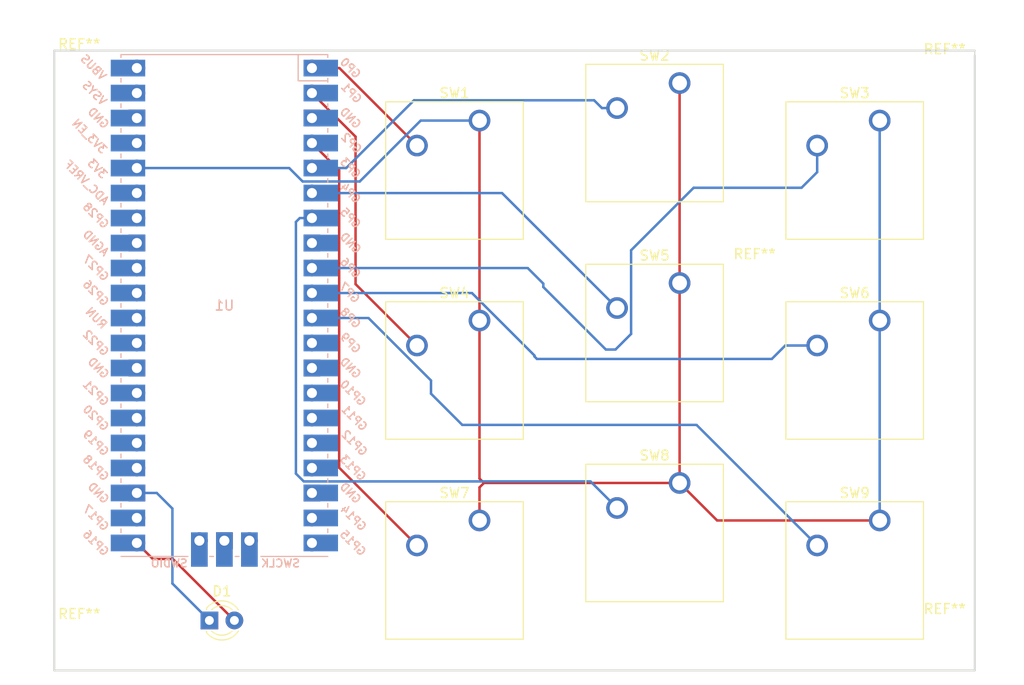
<source format=kicad_pcb>
(kicad_pcb (version 20171130) (host pcbnew "(5.1.12)-1")

  (general
    (thickness 1.6)
    (drawings 5)
    (tracks 69)
    (zones 0)
    (modules 16)
    (nets 44)
  )

  (page A)
  (layers
    (0 F.Cu signal)
    (31 B.Cu signal)
    (32 B.Adhes user)
    (33 F.Adhes user)
    (34 B.Paste user)
    (35 F.Paste user)
    (36 B.SilkS user)
    (37 F.SilkS user)
    (38 B.Mask user)
    (39 F.Mask user)
    (40 Dwgs.User user)
    (41 Cmts.User user)
    (42 Eco1.User user)
    (43 Eco2.User user)
    (44 Edge.Cuts user)
    (45 Margin user)
    (46 B.CrtYd user)
    (47 F.CrtYd user)
    (48 B.Fab user)
    (49 F.Fab user)
  )

  (setup
    (last_trace_width 0.25)
    (trace_clearance 0.2)
    (zone_clearance 0.508)
    (zone_45_only no)
    (trace_min 0.2)
    (via_size 0.8)
    (via_drill 0.4)
    (via_min_size 0.4)
    (via_min_drill 0.3)
    (uvia_size 0.3)
    (uvia_drill 0.1)
    (uvias_allowed no)
    (uvia_min_size 0.2)
    (uvia_min_drill 0.1)
    (edge_width 0.1)
    (segment_width 0.2)
    (pcb_text_width 0.3)
    (pcb_text_size 1.5 1.5)
    (mod_edge_width 0.15)
    (mod_text_size 1 1)
    (mod_text_width 0.15)
    (pad_size 1.524 1.524)
    (pad_drill 0.762)
    (pad_to_mask_clearance 0)
    (aux_axis_origin 0 0)
    (visible_elements 7FFFFFFF)
    (pcbplotparams
      (layerselection 0x010fc_ffffffff)
      (usegerberextensions false)
      (usegerberattributes true)
      (usegerberadvancedattributes true)
      (creategerberjobfile true)
      (excludeedgelayer true)
      (linewidth 0.100000)
      (plotframeref false)
      (viasonmask false)
      (mode 1)
      (useauxorigin false)
      (hpglpennumber 1)
      (hpglpenspeed 20)
      (hpglpendiameter 15.000000)
      (psnegative false)
      (psa4output false)
      (plotreference true)
      (plotvalue true)
      (plotinvisibletext false)
      (padsonsilk false)
      (subtractmaskfromsilk false)
      (outputformat 1)
      (mirror false)
      (drillshape 1)
      (scaleselection 1)
      (outputdirectory ""))
  )

  (net 0 "")
  (net 1 "Net-(D1-Pad1)")
  (net 2 "Net-(D1-Pad2)")
  (net 3 "Net-(SW1-Pad1)")
  (net 4 "Net-(SW1-Pad2)")
  (net 5 "Net-(SW2-Pad2)")
  (net 6 "Net-(SW3-Pad2)")
  (net 7 "Net-(SW4-Pad2)")
  (net 8 "Net-(SW5-Pad2)")
  (net 9 "Net-(SW6-Pad2)")
  (net 10 "Net-(SW7-Pad2)")
  (net 11 "Net-(SW8-Pad2)")
  (net 12 "Net-(SW9-Pad2)")
  (net 13 "Net-(U1-Pad3)")
  (net 14 "Net-(U1-Pad8)")
  (net 15 "Net-(U1-Pad12)")
  (net 16 "Net-(U1-Pad13)")
  (net 17 "Net-(U1-Pad14)")
  (net 18 "Net-(U1-Pad15)")
  (net 19 "Net-(U1-Pad16)")
  (net 20 "Net-(U1-Pad17)")
  (net 21 "Net-(U1-Pad18)")
  (net 22 "Net-(U1-Pad19)")
  (net 23 "Net-(U1-Pad20)")
  (net 24 "Net-(U1-Pad22)")
  (net 25 "Net-(U1-Pad24)")
  (net 26 "Net-(U1-Pad25)")
  (net 27 "Net-(U1-Pad26)")
  (net 28 "Net-(U1-Pad27)")
  (net 29 "Net-(U1-Pad28)")
  (net 30 "Net-(U1-Pad29)")
  (net 31 "Net-(U1-Pad30)")
  (net 32 "Net-(U1-Pad31)")
  (net 33 "Net-(U1-Pad32)")
  (net 34 "Net-(U1-Pad33)")
  (net 35 "Net-(U1-Pad34)")
  (net 36 "Net-(U1-Pad35)")
  (net 37 "Net-(U1-Pad37)")
  (net 38 "Net-(U1-Pad38)")
  (net 39 "Net-(U1-Pad39)")
  (net 40 "Net-(U1-Pad40)")
  (net 41 "Net-(U1-Pad41)")
  (net 42 "Net-(U1-Pad42)")
  (net 43 "Net-(U1-Pad43)")

  (net_class Default "This is the default net class."
    (clearance 0.2)
    (trace_width 0.25)
    (via_dia 0.8)
    (via_drill 0.4)
    (uvia_dia 0.3)
    (uvia_drill 0.1)
    (add_net "Net-(D1-Pad1)")
    (add_net "Net-(D1-Pad2)")
    (add_net "Net-(SW1-Pad1)")
    (add_net "Net-(SW1-Pad2)")
    (add_net "Net-(SW2-Pad2)")
    (add_net "Net-(SW3-Pad2)")
    (add_net "Net-(SW4-Pad2)")
    (add_net "Net-(SW5-Pad2)")
    (add_net "Net-(SW6-Pad2)")
    (add_net "Net-(SW7-Pad2)")
    (add_net "Net-(SW8-Pad2)")
    (add_net "Net-(SW9-Pad2)")
    (add_net "Net-(U1-Pad12)")
    (add_net "Net-(U1-Pad13)")
    (add_net "Net-(U1-Pad14)")
    (add_net "Net-(U1-Pad15)")
    (add_net "Net-(U1-Pad16)")
    (add_net "Net-(U1-Pad17)")
    (add_net "Net-(U1-Pad18)")
    (add_net "Net-(U1-Pad19)")
    (add_net "Net-(U1-Pad20)")
    (add_net "Net-(U1-Pad22)")
    (add_net "Net-(U1-Pad24)")
    (add_net "Net-(U1-Pad25)")
    (add_net "Net-(U1-Pad26)")
    (add_net "Net-(U1-Pad27)")
    (add_net "Net-(U1-Pad28)")
    (add_net "Net-(U1-Pad29)")
    (add_net "Net-(U1-Pad3)")
    (add_net "Net-(U1-Pad30)")
    (add_net "Net-(U1-Pad31)")
    (add_net "Net-(U1-Pad32)")
    (add_net "Net-(U1-Pad33)")
    (add_net "Net-(U1-Pad34)")
    (add_net "Net-(U1-Pad35)")
    (add_net "Net-(U1-Pad37)")
    (add_net "Net-(U1-Pad38)")
    (add_net "Net-(U1-Pad39)")
    (add_net "Net-(U1-Pad40)")
    (add_net "Net-(U1-Pad41)")
    (add_net "Net-(U1-Pad42)")
    (add_net "Net-(U1-Pad43)")
    (add_net "Net-(U1-Pad8)")
  )

  (module MountingHole:MountingHole_2.1mm (layer F.Cu) (tedit 5B924765) (tstamp 61AF755E)
    (at 137.16 77.724)
    (descr "Mounting Hole 2.1mm, no annular")
    (tags "mounting hole 2.1mm no annular")
    (attr virtual)
    (fp_text reference REF** (at 0 -3.2) (layer F.SilkS)
      (effects (font (size 1 1) (thickness 0.15)))
    )
    (fp_text value MountingHole_2.1mm (at 0 3.2) (layer F.Fab)
      (effects (font (size 1 1) (thickness 0.15)))
    )
    (fp_text user %R (at 0.3 0) (layer F.Fab)
      (effects (font (size 1 1) (thickness 0.15)))
    )
    (fp_circle (center 0 0) (end 2.1 0) (layer Cmts.User) (width 0.15))
    (fp_circle (center 0 0) (end 2.35 0) (layer F.CrtYd) (width 0.05))
    (pad "" np_thru_hole circle (at 0 0) (size 2.1 2.1) (drill 2.1) (layers *.Cu *.Mask))
  )

  (module MountingHole:MountingHole_2.1mm (layer F.Cu) (tedit 5B924765) (tstamp 61AF7333)
    (at 68.58 56.388)
    (descr "Mounting Hole 2.1mm, no annular")
    (tags "mounting hole 2.1mm no annular")
    (attr virtual)
    (fp_text reference REF** (at 0 -3.2) (layer F.SilkS)
      (effects (font (size 1 1) (thickness 0.15)))
    )
    (fp_text value MountingHole_2.1mm (at 0 3.2) (layer F.Fab)
      (effects (font (size 1 1) (thickness 0.15)))
    )
    (fp_text user %R (at 0.3 0) (layer F.Fab)
      (effects (font (size 1 1) (thickness 0.15)))
    )
    (fp_circle (center 0 0) (end 2.1 0) (layer Cmts.User) (width 0.15))
    (fp_circle (center 0 0) (end 2.35 0) (layer F.CrtYd) (width 0.05))
    (pad "" np_thru_hole circle (at 0 0) (size 2.1 2.1) (drill 2.1) (layers *.Cu *.Mask))
  )

  (module MountingHole:MountingHole_2.1mm (layer F.Cu) (tedit 5B924765) (tstamp 61AF71EE)
    (at 156.464 113.792)
    (descr "Mounting Hole 2.1mm, no annular")
    (tags "mounting hole 2.1mm no annular")
    (attr virtual)
    (fp_text reference REF** (at 0 -3.2) (layer F.SilkS)
      (effects (font (size 1 1) (thickness 0.15)))
    )
    (fp_text value MountingHole_2.1mm (at 0 3.2) (layer F.Fab)
      (effects (font (size 1 1) (thickness 0.15)))
    )
    (fp_text user %R (at 0.3 0) (layer F.Fab)
      (effects (font (size 1 1) (thickness 0.15)))
    )
    (fp_circle (center 0 0) (end 2.1 0) (layer Cmts.User) (width 0.15))
    (fp_circle (center 0 0) (end 2.35 0) (layer F.CrtYd) (width 0.05))
    (pad "" np_thru_hole circle (at 0 0) (size 2.1 2.1) (drill 2.1) (layers *.Cu *.Mask))
  )

  (module MountingHole:MountingHole_2.1mm (layer F.Cu) (tedit 5B924765) (tstamp 61AF71CA)
    (at 156.464 56.896)
    (descr "Mounting Hole 2.1mm, no annular")
    (tags "mounting hole 2.1mm no annular")
    (attr virtual)
    (fp_text reference REF** (at 0 -3.2) (layer F.SilkS)
      (effects (font (size 1 1) (thickness 0.15)))
    )
    (fp_text value MountingHole_2.1mm (at 0 3.2) (layer F.Fab)
      (effects (font (size 1 1) (thickness 0.15)))
    )
    (fp_text user %R (at 0.3 0) (layer F.Fab)
      (effects (font (size 1 1) (thickness 0.15)))
    )
    (fp_circle (center 0 0) (end 2.1 0) (layer Cmts.User) (width 0.15))
    (fp_circle (center 0 0) (end 2.35 0) (layer F.CrtYd) (width 0.05))
    (pad "" np_thru_hole circle (at 0 0) (size 2.1 2.1) (drill 2.1) (layers *.Cu *.Mask))
  )

  (module MountingHole:MountingHole_2.1mm (layer F.Cu) (tedit 5B924765) (tstamp 61AF71A6)
    (at 68.58 114.3)
    (descr "Mounting Hole 2.1mm, no annular")
    (tags "mounting hole 2.1mm no annular")
    (attr virtual)
    (fp_text reference REF** (at 0 -3.2) (layer F.SilkS)
      (effects (font (size 1 1) (thickness 0.15)))
    )
    (fp_text value MountingHole_2.1mm (at 0 3.2) (layer F.Fab)
      (effects (font (size 1 1) (thickness 0.15)))
    )
    (fp_circle (center 0 0) (end 2.35 0) (layer F.CrtYd) (width 0.05))
    (fp_circle (center 0 0) (end 2.1 0) (layer Cmts.User) (width 0.15))
    (fp_text user %R (at 0.3 0) (layer F.Fab)
      (effects (font (size 1 1) (thickness 0.15)))
    )
    (pad "" np_thru_hole circle (at 0 0) (size 2.1 2.1) (drill 2.1) (layers *.Cu *.Mask))
  )

  (module LED_THT:LED_D3.0mm (layer F.Cu) (tedit 587A3A7B) (tstamp 61AEA9D6)
    (at 81.788 111.76)
    (descr "LED, diameter 3.0mm, 2 pins")
    (tags "LED diameter 3.0mm 2 pins")
    (path /61AF0F2F)
    (fp_text reference D1 (at 1.27 -2.96) (layer F.SilkS)
      (effects (font (size 1 1) (thickness 0.15)))
    )
    (fp_text value LED (at 1.27 2.96) (layer F.Fab)
      (effects (font (size 1 1) (thickness 0.15)))
    )
    (fp_circle (center 1.27 0) (end 2.77 0) (layer F.Fab) (width 0.1))
    (fp_line (start -0.23 -1.16619) (end -0.23 1.16619) (layer F.Fab) (width 0.1))
    (fp_line (start -0.29 -1.236) (end -0.29 -1.08) (layer F.SilkS) (width 0.12))
    (fp_line (start -0.29 1.08) (end -0.29 1.236) (layer F.SilkS) (width 0.12))
    (fp_line (start -1.15 -2.25) (end -1.15 2.25) (layer F.CrtYd) (width 0.05))
    (fp_line (start -1.15 2.25) (end 3.7 2.25) (layer F.CrtYd) (width 0.05))
    (fp_line (start 3.7 2.25) (end 3.7 -2.25) (layer F.CrtYd) (width 0.05))
    (fp_line (start 3.7 -2.25) (end -1.15 -2.25) (layer F.CrtYd) (width 0.05))
    (fp_arc (start 1.27 0) (end -0.23 -1.16619) (angle 284.3) (layer F.Fab) (width 0.1))
    (fp_arc (start 1.27 0) (end -0.29 -1.235516) (angle 108.8) (layer F.SilkS) (width 0.12))
    (fp_arc (start 1.27 0) (end -0.29 1.235516) (angle -108.8) (layer F.SilkS) (width 0.12))
    (fp_arc (start 1.27 0) (end 0.229039 -1.08) (angle 87.9) (layer F.SilkS) (width 0.12))
    (fp_arc (start 1.27 0) (end 0.229039 1.08) (angle -87.9) (layer F.SilkS) (width 0.12))
    (pad 1 thru_hole rect (at 0 0) (size 1.8 1.8) (drill 0.9) (layers *.Cu *.Mask)
      (net 1 "Net-(D1-Pad1)"))
    (pad 2 thru_hole circle (at 2.54 0) (size 1.8 1.8) (drill 0.9) (layers *.Cu *.Mask)
      (net 2 "Net-(D1-Pad2)"))
    (model ${KISYS3DMOD}/LED_THT.3dshapes/LED_D3.0mm.wrl
      (offset (xyz 0 0 -2.5))
      (scale (xyz 1 1 1))
      (rotate (xyz 0 0 0))
    )
  )

  (module Button_Switch_Keyboard:SW_Cherry_MX_1.00u_PCB (layer F.Cu) (tedit 5A02FE24) (tstamp 61AEA9F0)
    (at 109.22 60.96)
    (descr "Cherry MX keyswitch, 1.00u, PCB mount, http://cherryamericas.com/wp-content/uploads/2014/12/mx_cat.pdf")
    (tags "Cherry MX keyswitch 1.00u PCB")
    (path /61AE5610)
    (fp_text reference SW1 (at -2.54 -2.794) (layer F.SilkS)
      (effects (font (size 1 1) (thickness 0.15)))
    )
    (fp_text value MX1A-E1NW (at -2.54 12.954) (layer F.Fab)
      (effects (font (size 1 1) (thickness 0.15)))
    )
    (fp_line (start -8.89 -1.27) (end 3.81 -1.27) (layer F.Fab) (width 0.1))
    (fp_line (start 3.81 -1.27) (end 3.81 11.43) (layer F.Fab) (width 0.1))
    (fp_line (start 3.81 11.43) (end -8.89 11.43) (layer F.Fab) (width 0.1))
    (fp_line (start -8.89 11.43) (end -8.89 -1.27) (layer F.Fab) (width 0.1))
    (fp_line (start -9.14 11.68) (end -9.14 -1.52) (layer F.CrtYd) (width 0.05))
    (fp_line (start 4.06 11.68) (end -9.14 11.68) (layer F.CrtYd) (width 0.05))
    (fp_line (start 4.06 -1.52) (end 4.06 11.68) (layer F.CrtYd) (width 0.05))
    (fp_line (start -9.14 -1.52) (end 4.06 -1.52) (layer F.CrtYd) (width 0.05))
    (fp_line (start -12.065 -4.445) (end 6.985 -4.445) (layer Dwgs.User) (width 0.15))
    (fp_line (start 6.985 -4.445) (end 6.985 14.605) (layer Dwgs.User) (width 0.15))
    (fp_line (start 6.985 14.605) (end -12.065 14.605) (layer Dwgs.User) (width 0.15))
    (fp_line (start -12.065 14.605) (end -12.065 -4.445) (layer Dwgs.User) (width 0.15))
    (fp_line (start -9.525 -1.905) (end 4.445 -1.905) (layer F.SilkS) (width 0.12))
    (fp_line (start 4.445 -1.905) (end 4.445 12.065) (layer F.SilkS) (width 0.12))
    (fp_line (start 4.445 12.065) (end -9.525 12.065) (layer F.SilkS) (width 0.12))
    (fp_line (start -9.525 12.065) (end -9.525 -1.905) (layer F.SilkS) (width 0.12))
    (fp_text user %R (at -2.54 -2.794) (layer F.Fab)
      (effects (font (size 1 1) (thickness 0.15)))
    )
    (pad 1 thru_hole circle (at 0 0) (size 2.2 2.2) (drill 1.5) (layers *.Cu *.Mask)
      (net 3 "Net-(SW1-Pad1)"))
    (pad 2 thru_hole circle (at -6.35 2.54) (size 2.2 2.2) (drill 1.5) (layers *.Cu *.Mask)
      (net 4 "Net-(SW1-Pad2)"))
    (pad "" np_thru_hole circle (at -2.54 5.08) (size 4 4) (drill 4) (layers *.Cu *.Mask))
    (pad "" np_thru_hole circle (at -7.62 5.08) (size 1.7 1.7) (drill 1.7) (layers *.Cu *.Mask))
    (pad "" np_thru_hole circle (at 2.54 5.08) (size 1.7 1.7) (drill 1.7) (layers *.Cu *.Mask))
    (model ${KISYS3DMOD}/Button_Switch_Keyboard.3dshapes/SW_Cherry_MX_1.00u_PCB.wrl
      (at (xyz 0 0 0))
      (scale (xyz 1 1 1))
      (rotate (xyz 0 0 0))
    )
    (model ${KIPRJMOD}/models/switch/asm_mx_asm_PCB.stp
      (offset (xyz -2.2 -4.8 5))
      (scale (xyz 1 1 1))
      (rotate (xyz 180 0 90))
    )
    (model "${KIPRJMOD}/models/keycap/Cherry MX.STEP"
      (offset (xyz -11.4 4 10.5))
      (scale (xyz 1 1 1))
      (rotate (xyz -90 0 0))
    )
  )

  (module Button_Switch_Keyboard:SW_Cherry_MX_1.00u_PCB (layer F.Cu) (tedit 5A02FE24) (tstamp 61AEAA0A)
    (at 129.54 57.15)
    (descr "Cherry MX keyswitch, 1.00u, PCB mount, http://cherryamericas.com/wp-content/uploads/2014/12/mx_cat.pdf")
    (tags "Cherry MX keyswitch 1.00u PCB")
    (path /61AEF119)
    (fp_text reference SW2 (at -2.54 -2.794) (layer F.SilkS)
      (effects (font (size 1 1) (thickness 0.15)))
    )
    (fp_text value MX1A-E1NW (at -2.54 12.954) (layer F.Fab)
      (effects (font (size 1 1) (thickness 0.15)))
    )
    (fp_line (start -9.525 12.065) (end -9.525 -1.905) (layer F.SilkS) (width 0.12))
    (fp_line (start 4.445 12.065) (end -9.525 12.065) (layer F.SilkS) (width 0.12))
    (fp_line (start 4.445 -1.905) (end 4.445 12.065) (layer F.SilkS) (width 0.12))
    (fp_line (start -9.525 -1.905) (end 4.445 -1.905) (layer F.SilkS) (width 0.12))
    (fp_line (start -12.065 14.605) (end -12.065 -4.445) (layer Dwgs.User) (width 0.15))
    (fp_line (start 6.985 14.605) (end -12.065 14.605) (layer Dwgs.User) (width 0.15))
    (fp_line (start 6.985 -4.445) (end 6.985 14.605) (layer Dwgs.User) (width 0.15))
    (fp_line (start -12.065 -4.445) (end 6.985 -4.445) (layer Dwgs.User) (width 0.15))
    (fp_line (start -9.14 -1.52) (end 4.06 -1.52) (layer F.CrtYd) (width 0.05))
    (fp_line (start 4.06 -1.52) (end 4.06 11.68) (layer F.CrtYd) (width 0.05))
    (fp_line (start 4.06 11.68) (end -9.14 11.68) (layer F.CrtYd) (width 0.05))
    (fp_line (start -9.14 11.68) (end -9.14 -1.52) (layer F.CrtYd) (width 0.05))
    (fp_line (start -8.89 11.43) (end -8.89 -1.27) (layer F.Fab) (width 0.1))
    (fp_line (start 3.81 11.43) (end -8.89 11.43) (layer F.Fab) (width 0.1))
    (fp_line (start 3.81 -1.27) (end 3.81 11.43) (layer F.Fab) (width 0.1))
    (fp_line (start -8.89 -1.27) (end 3.81 -1.27) (layer F.Fab) (width 0.1))
    (fp_text user %R (at -2.54 -2.794) (layer F.Fab)
      (effects (font (size 1 1) (thickness 0.15)))
    )
    (pad "" np_thru_hole circle (at 2.54 5.08) (size 1.7 1.7) (drill 1.7) (layers *.Cu *.Mask))
    (pad "" np_thru_hole circle (at -7.62 5.08) (size 1.7 1.7) (drill 1.7) (layers *.Cu *.Mask))
    (pad "" np_thru_hole circle (at -2.54 5.08) (size 4 4) (drill 4) (layers *.Cu *.Mask))
    (pad 2 thru_hole circle (at -6.35 2.54) (size 2.2 2.2) (drill 1.5) (layers *.Cu *.Mask)
      (net 5 "Net-(SW2-Pad2)"))
    (pad 1 thru_hole circle (at 0 0) (size 2.2 2.2) (drill 1.5) (layers *.Cu *.Mask)
      (net 3 "Net-(SW1-Pad1)"))
    (model ${KISYS3DMOD}/Button_Switch_Keyboard.3dshapes/SW_Cherry_MX_1.00u_PCB.wrl
      (at (xyz 0 0 0))
      (scale (xyz 1 1 1))
      (rotate (xyz 0 0 0))
    )
    (model ${KIPRJMOD}/models/switch/asm_mx_asm_PCB.stp
      (offset (xyz -2.2 -4.8 5))
      (scale (xyz 1 1 1))
      (rotate (xyz 180 0 90))
    )
    (model "${KIPRJMOD}/models/keycap/Cherry MX.STEP"
      (offset (xyz -11.4 4 10.5))
      (scale (xyz 1 1 1))
      (rotate (xyz -90 0 0))
    )
  )

  (module Button_Switch_Keyboard:SW_Cherry_MX_1.00u_PCB (layer F.Cu) (tedit 5A02FE24) (tstamp 61AEAA24)
    (at 149.86 60.96)
    (descr "Cherry MX keyswitch, 1.00u, PCB mount, http://cherryamericas.com/wp-content/uploads/2014/12/mx_cat.pdf")
    (tags "Cherry MX keyswitch 1.00u PCB")
    (path /61AF0BCD)
    (fp_text reference SW3 (at -2.54 -2.794) (layer F.SilkS)
      (effects (font (size 1 1) (thickness 0.15)))
    )
    (fp_text value MX1A-E1NW (at -2.54 12.954) (layer F.Fab)
      (effects (font (size 1 1) (thickness 0.15)))
    )
    (fp_line (start -8.89 -1.27) (end 3.81 -1.27) (layer F.Fab) (width 0.1))
    (fp_line (start 3.81 -1.27) (end 3.81 11.43) (layer F.Fab) (width 0.1))
    (fp_line (start 3.81 11.43) (end -8.89 11.43) (layer F.Fab) (width 0.1))
    (fp_line (start -8.89 11.43) (end -8.89 -1.27) (layer F.Fab) (width 0.1))
    (fp_line (start -9.14 11.68) (end -9.14 -1.52) (layer F.CrtYd) (width 0.05))
    (fp_line (start 4.06 11.68) (end -9.14 11.68) (layer F.CrtYd) (width 0.05))
    (fp_line (start 4.06 -1.52) (end 4.06 11.68) (layer F.CrtYd) (width 0.05))
    (fp_line (start -9.14 -1.52) (end 4.06 -1.52) (layer F.CrtYd) (width 0.05))
    (fp_line (start -12.065 -4.445) (end 6.985 -4.445) (layer Dwgs.User) (width 0.15))
    (fp_line (start 6.985 -4.445) (end 6.985 14.605) (layer Dwgs.User) (width 0.15))
    (fp_line (start 6.985 14.605) (end -12.065 14.605) (layer Dwgs.User) (width 0.15))
    (fp_line (start -12.065 14.605) (end -12.065 -4.445) (layer Dwgs.User) (width 0.15))
    (fp_line (start -9.525 -1.905) (end 4.445 -1.905) (layer F.SilkS) (width 0.12))
    (fp_line (start 4.445 -1.905) (end 4.445 12.065) (layer F.SilkS) (width 0.12))
    (fp_line (start 4.445 12.065) (end -9.525 12.065) (layer F.SilkS) (width 0.12))
    (fp_line (start -9.525 12.065) (end -9.525 -1.905) (layer F.SilkS) (width 0.12))
    (fp_text user %R (at -2.54 -2.794) (layer F.Fab)
      (effects (font (size 1 1) (thickness 0.15)))
    )
    (pad 1 thru_hole circle (at 0 0) (size 2.2 2.2) (drill 1.5) (layers *.Cu *.Mask)
      (net 3 "Net-(SW1-Pad1)"))
    (pad 2 thru_hole circle (at -6.35 2.54) (size 2.2 2.2) (drill 1.5) (layers *.Cu *.Mask)
      (net 6 "Net-(SW3-Pad2)"))
    (pad "" np_thru_hole circle (at -2.54 5.08) (size 4 4) (drill 4) (layers *.Cu *.Mask))
    (pad "" np_thru_hole circle (at -7.62 5.08) (size 1.7 1.7) (drill 1.7) (layers *.Cu *.Mask))
    (pad "" np_thru_hole circle (at 2.54 5.08) (size 1.7 1.7) (drill 1.7) (layers *.Cu *.Mask))
    (model ${KISYS3DMOD}/Button_Switch_Keyboard.3dshapes/SW_Cherry_MX_1.00u_PCB.wrl
      (at (xyz 0 0 0))
      (scale (xyz 1 1 1))
      (rotate (xyz 0 0 0))
    )
    (model ${KIPRJMOD}/models/switch/asm_mx_asm_PCB.stp
      (offset (xyz -2.2 -4.8 5))
      (scale (xyz 1 1 1))
      (rotate (xyz 180 0 90))
    )
    (model "${KIPRJMOD}/models/keycap/Cherry MX.STEP"
      (offset (xyz -11.4 4 10.5))
      (scale (xyz 1 1 1))
      (rotate (xyz -90 0 0))
    )
  )

  (module Button_Switch_Keyboard:SW_Cherry_MX_1.00u_PCB (layer F.Cu) (tedit 5A02FE24) (tstamp 61AEAA3E)
    (at 109.22 81.28)
    (descr "Cherry MX keyswitch, 1.00u, PCB mount, http://cherryamericas.com/wp-content/uploads/2014/12/mx_cat.pdf")
    (tags "Cherry MX keyswitch 1.00u PCB")
    (path /61AE6663)
    (fp_text reference SW4 (at -2.54 -2.794) (layer F.SilkS)
      (effects (font (size 1 1) (thickness 0.15)))
    )
    (fp_text value MX1A-E1NW (at -2.54 12.954) (layer F.Fab)
      (effects (font (size 1 1) (thickness 0.15)))
    )
    (fp_line (start -9.525 12.065) (end -9.525 -1.905) (layer F.SilkS) (width 0.12))
    (fp_line (start 4.445 12.065) (end -9.525 12.065) (layer F.SilkS) (width 0.12))
    (fp_line (start 4.445 -1.905) (end 4.445 12.065) (layer F.SilkS) (width 0.12))
    (fp_line (start -9.525 -1.905) (end 4.445 -1.905) (layer F.SilkS) (width 0.12))
    (fp_line (start -12.065 14.605) (end -12.065 -4.445) (layer Dwgs.User) (width 0.15))
    (fp_line (start 6.985 14.605) (end -12.065 14.605) (layer Dwgs.User) (width 0.15))
    (fp_line (start 6.985 -4.445) (end 6.985 14.605) (layer Dwgs.User) (width 0.15))
    (fp_line (start -12.065 -4.445) (end 6.985 -4.445) (layer Dwgs.User) (width 0.15))
    (fp_line (start -9.14 -1.52) (end 4.06 -1.52) (layer F.CrtYd) (width 0.05))
    (fp_line (start 4.06 -1.52) (end 4.06 11.68) (layer F.CrtYd) (width 0.05))
    (fp_line (start 4.06 11.68) (end -9.14 11.68) (layer F.CrtYd) (width 0.05))
    (fp_line (start -9.14 11.68) (end -9.14 -1.52) (layer F.CrtYd) (width 0.05))
    (fp_line (start -8.89 11.43) (end -8.89 -1.27) (layer F.Fab) (width 0.1))
    (fp_line (start 3.81 11.43) (end -8.89 11.43) (layer F.Fab) (width 0.1))
    (fp_line (start 3.81 -1.27) (end 3.81 11.43) (layer F.Fab) (width 0.1))
    (fp_line (start -8.89 -1.27) (end 3.81 -1.27) (layer F.Fab) (width 0.1))
    (fp_text user %R (at -2.54 -2.794) (layer F.Fab)
      (effects (font (size 1 1) (thickness 0.15)))
    )
    (pad "" np_thru_hole circle (at 2.54 5.08) (size 1.7 1.7) (drill 1.7) (layers *.Cu *.Mask))
    (pad "" np_thru_hole circle (at -7.62 5.08) (size 1.7 1.7) (drill 1.7) (layers *.Cu *.Mask))
    (pad "" np_thru_hole circle (at -2.54 5.08) (size 4 4) (drill 4) (layers *.Cu *.Mask))
    (pad 2 thru_hole circle (at -6.35 2.54) (size 2.2 2.2) (drill 1.5) (layers *.Cu *.Mask)
      (net 7 "Net-(SW4-Pad2)"))
    (pad 1 thru_hole circle (at 0 0) (size 2.2 2.2) (drill 1.5) (layers *.Cu *.Mask)
      (net 3 "Net-(SW1-Pad1)"))
    (model ${KISYS3DMOD}/Button_Switch_Keyboard.3dshapes/SW_Cherry_MX_1.00u_PCB.wrl
      (at (xyz 0 0 0))
      (scale (xyz 1 1 1))
      (rotate (xyz 0 0 0))
    )
    (model ${KIPRJMOD}/models/switch/asm_mx_asm_PCB.stp
      (offset (xyz -2.2 -4.8 5))
      (scale (xyz 1 1 1))
      (rotate (xyz 180 0 90))
    )
    (model "${KIPRJMOD}/models/keycap/Cherry MX.STEP"
      (offset (xyz -11.4 4 10.5))
      (scale (xyz 1 1 1))
      (rotate (xyz -90 0 0))
    )
  )

  (module Button_Switch_Keyboard:SW_Cherry_MX_1.00u_PCB (layer F.Cu) (tedit 5A02FE24) (tstamp 61AEAA58)
    (at 129.54 77.47)
    (descr "Cherry MX keyswitch, 1.00u, PCB mount, http://cherryamericas.com/wp-content/uploads/2014/12/mx_cat.pdf")
    (tags "Cherry MX keyswitch 1.00u PCB")
    (path /61AEF11F)
    (fp_text reference SW5 (at -2.54 -2.794) (layer F.SilkS)
      (effects (font (size 1 1) (thickness 0.15)))
    )
    (fp_text value MX1A-E1NW (at -2.54 12.954) (layer F.Fab)
      (effects (font (size 1 1) (thickness 0.15)))
    )
    (fp_line (start -8.89 -1.27) (end 3.81 -1.27) (layer F.Fab) (width 0.1))
    (fp_line (start 3.81 -1.27) (end 3.81 11.43) (layer F.Fab) (width 0.1))
    (fp_line (start 3.81 11.43) (end -8.89 11.43) (layer F.Fab) (width 0.1))
    (fp_line (start -8.89 11.43) (end -8.89 -1.27) (layer F.Fab) (width 0.1))
    (fp_line (start -9.14 11.68) (end -9.14 -1.52) (layer F.CrtYd) (width 0.05))
    (fp_line (start 4.06 11.68) (end -9.14 11.68) (layer F.CrtYd) (width 0.05))
    (fp_line (start 4.06 -1.52) (end 4.06 11.68) (layer F.CrtYd) (width 0.05))
    (fp_line (start -9.14 -1.52) (end 4.06 -1.52) (layer F.CrtYd) (width 0.05))
    (fp_line (start -12.065 -4.445) (end 6.985 -4.445) (layer Dwgs.User) (width 0.15))
    (fp_line (start 6.985 -4.445) (end 6.985 14.605) (layer Dwgs.User) (width 0.15))
    (fp_line (start 6.985 14.605) (end -12.065 14.605) (layer Dwgs.User) (width 0.15))
    (fp_line (start -12.065 14.605) (end -12.065 -4.445) (layer Dwgs.User) (width 0.15))
    (fp_line (start -9.525 -1.905) (end 4.445 -1.905) (layer F.SilkS) (width 0.12))
    (fp_line (start 4.445 -1.905) (end 4.445 12.065) (layer F.SilkS) (width 0.12))
    (fp_line (start 4.445 12.065) (end -9.525 12.065) (layer F.SilkS) (width 0.12))
    (fp_line (start -9.525 12.065) (end -9.525 -1.905) (layer F.SilkS) (width 0.12))
    (fp_text user %R (at -2.54 -2.794) (layer F.Fab)
      (effects (font (size 1 1) (thickness 0.15)))
    )
    (pad 1 thru_hole circle (at 0 0) (size 2.2 2.2) (drill 1.5) (layers *.Cu *.Mask)
      (net 3 "Net-(SW1-Pad1)"))
    (pad 2 thru_hole circle (at -6.35 2.54) (size 2.2 2.2) (drill 1.5) (layers *.Cu *.Mask)
      (net 8 "Net-(SW5-Pad2)"))
    (pad "" np_thru_hole circle (at -2.54 5.08) (size 4 4) (drill 4) (layers *.Cu *.Mask))
    (pad "" np_thru_hole circle (at -7.62 5.08) (size 1.7 1.7) (drill 1.7) (layers *.Cu *.Mask))
    (pad "" np_thru_hole circle (at 2.54 5.08) (size 1.7 1.7) (drill 1.7) (layers *.Cu *.Mask))
    (model ${KISYS3DMOD}/Button_Switch_Keyboard.3dshapes/SW_Cherry_MX_1.00u_PCB.wrl
      (at (xyz 0 0 0))
      (scale (xyz 1 1 1))
      (rotate (xyz 0 0 0))
    )
    (model ${KIPRJMOD}/models/switch/asm_mx_asm_PCB.stp
      (offset (xyz -2.2 -4.8 5))
      (scale (xyz 1 1 1))
      (rotate (xyz 180 0 90))
    )
    (model "${KIPRJMOD}/models/keycap/Cherry MX.STEP"
      (offset (xyz -11.4 4 10.5))
      (scale (xyz 1 1 1))
      (rotate (xyz -90 0 0))
    )
  )

  (module Button_Switch_Keyboard:SW_Cherry_MX_1.00u_PCB (layer F.Cu) (tedit 5A02FE24) (tstamp 61AEAA72)
    (at 149.86 81.28)
    (descr "Cherry MX keyswitch, 1.00u, PCB mount, http://cherryamericas.com/wp-content/uploads/2014/12/mx_cat.pdf")
    (tags "Cherry MX keyswitch 1.00u PCB")
    (path /61AF0BD3)
    (fp_text reference SW6 (at -2.54 -2.794) (layer F.SilkS)
      (effects (font (size 1 1) (thickness 0.15)))
    )
    (fp_text value MX1A-E1NW (at -2.54 12.954) (layer F.Fab)
      (effects (font (size 1 1) (thickness 0.15)))
    )
    (fp_line (start -9.525 12.065) (end -9.525 -1.905) (layer F.SilkS) (width 0.12))
    (fp_line (start 4.445 12.065) (end -9.525 12.065) (layer F.SilkS) (width 0.12))
    (fp_line (start 4.445 -1.905) (end 4.445 12.065) (layer F.SilkS) (width 0.12))
    (fp_line (start -9.525 -1.905) (end 4.445 -1.905) (layer F.SilkS) (width 0.12))
    (fp_line (start -12.065 14.605) (end -12.065 -4.445) (layer Dwgs.User) (width 0.15))
    (fp_line (start 6.985 14.605) (end -12.065 14.605) (layer Dwgs.User) (width 0.15))
    (fp_line (start 6.985 -4.445) (end 6.985 14.605) (layer Dwgs.User) (width 0.15))
    (fp_line (start -12.065 -4.445) (end 6.985 -4.445) (layer Dwgs.User) (width 0.15))
    (fp_line (start -9.14 -1.52) (end 4.06 -1.52) (layer F.CrtYd) (width 0.05))
    (fp_line (start 4.06 -1.52) (end 4.06 11.68) (layer F.CrtYd) (width 0.05))
    (fp_line (start 4.06 11.68) (end -9.14 11.68) (layer F.CrtYd) (width 0.05))
    (fp_line (start -9.14 11.68) (end -9.14 -1.52) (layer F.CrtYd) (width 0.05))
    (fp_line (start -8.89 11.43) (end -8.89 -1.27) (layer F.Fab) (width 0.1))
    (fp_line (start 3.81 11.43) (end -8.89 11.43) (layer F.Fab) (width 0.1))
    (fp_line (start 3.81 -1.27) (end 3.81 11.43) (layer F.Fab) (width 0.1))
    (fp_line (start -8.89 -1.27) (end 3.81 -1.27) (layer F.Fab) (width 0.1))
    (fp_text user %R (at -2.54 -2.794) (layer F.Fab)
      (effects (font (size 1 1) (thickness 0.15)))
    )
    (pad "" np_thru_hole circle (at 2.54 5.08) (size 1.7 1.7) (drill 1.7) (layers *.Cu *.Mask))
    (pad "" np_thru_hole circle (at -7.62 5.08) (size 1.7 1.7) (drill 1.7) (layers *.Cu *.Mask))
    (pad "" np_thru_hole circle (at -2.54 5.08) (size 4 4) (drill 4) (layers *.Cu *.Mask))
    (pad 2 thru_hole circle (at -6.35 2.54) (size 2.2 2.2) (drill 1.5) (layers *.Cu *.Mask)
      (net 9 "Net-(SW6-Pad2)"))
    (pad 1 thru_hole circle (at 0 0) (size 2.2 2.2) (drill 1.5) (layers *.Cu *.Mask)
      (net 3 "Net-(SW1-Pad1)"))
    (model ${KISYS3DMOD}/Button_Switch_Keyboard.3dshapes/SW_Cherry_MX_1.00u_PCB.wrl
      (at (xyz 0 0 0))
      (scale (xyz 1 1 1))
      (rotate (xyz 0 0 0))
    )
    (model ${KIPRJMOD}/models/switch/asm_mx_asm_PCB.stp
      (offset (xyz -2.2 -4.8 5))
      (scale (xyz 1 1 1))
      (rotate (xyz 180 0 90))
    )
    (model "${KIPRJMOD}/models/keycap/Cherry MX.STEP"
      (offset (xyz -11.4 4 10.5))
      (scale (xyz 1 1 1))
      (rotate (xyz -90 0 0))
    )
  )

  (module Button_Switch_Keyboard:SW_Cherry_MX_1.00u_PCB (layer F.Cu) (tedit 5A02FE24) (tstamp 61AEAA8C)
    (at 109.22 101.6)
    (descr "Cherry MX keyswitch, 1.00u, PCB mount, http://cherryamericas.com/wp-content/uploads/2014/12/mx_cat.pdf")
    (tags "Cherry MX keyswitch 1.00u PCB")
    (path /61AE6C4C)
    (fp_text reference SW7 (at -2.54 -2.794) (layer F.SilkS)
      (effects (font (size 1 1) (thickness 0.15)))
    )
    (fp_text value MX1A-E1NW (at -2.54 12.954) (layer F.Fab)
      (effects (font (size 1 1) (thickness 0.15)))
    )
    (fp_line (start -8.89 -1.27) (end 3.81 -1.27) (layer F.Fab) (width 0.1))
    (fp_line (start 3.81 -1.27) (end 3.81 11.43) (layer F.Fab) (width 0.1))
    (fp_line (start 3.81 11.43) (end -8.89 11.43) (layer F.Fab) (width 0.1))
    (fp_line (start -8.89 11.43) (end -8.89 -1.27) (layer F.Fab) (width 0.1))
    (fp_line (start -9.14 11.68) (end -9.14 -1.52) (layer F.CrtYd) (width 0.05))
    (fp_line (start 4.06 11.68) (end -9.14 11.68) (layer F.CrtYd) (width 0.05))
    (fp_line (start 4.06 -1.52) (end 4.06 11.68) (layer F.CrtYd) (width 0.05))
    (fp_line (start -9.14 -1.52) (end 4.06 -1.52) (layer F.CrtYd) (width 0.05))
    (fp_line (start -12.065 -4.445) (end 6.985 -4.445) (layer Dwgs.User) (width 0.15))
    (fp_line (start 6.985 -4.445) (end 6.985 14.605) (layer Dwgs.User) (width 0.15))
    (fp_line (start 6.985 14.605) (end -12.065 14.605) (layer Dwgs.User) (width 0.15))
    (fp_line (start -12.065 14.605) (end -12.065 -4.445) (layer Dwgs.User) (width 0.15))
    (fp_line (start -9.525 -1.905) (end 4.445 -1.905) (layer F.SilkS) (width 0.12))
    (fp_line (start 4.445 -1.905) (end 4.445 12.065) (layer F.SilkS) (width 0.12))
    (fp_line (start 4.445 12.065) (end -9.525 12.065) (layer F.SilkS) (width 0.12))
    (fp_line (start -9.525 12.065) (end -9.525 -1.905) (layer F.SilkS) (width 0.12))
    (fp_text user %R (at -2.54 -2.794) (layer F.Fab)
      (effects (font (size 1 1) (thickness 0.15)))
    )
    (pad 1 thru_hole circle (at 0 0) (size 2.2 2.2) (drill 1.5) (layers *.Cu *.Mask)
      (net 3 "Net-(SW1-Pad1)"))
    (pad 2 thru_hole circle (at -6.35 2.54) (size 2.2 2.2) (drill 1.5) (layers *.Cu *.Mask)
      (net 10 "Net-(SW7-Pad2)"))
    (pad "" np_thru_hole circle (at -2.54 5.08) (size 4 4) (drill 4) (layers *.Cu *.Mask))
    (pad "" np_thru_hole circle (at -7.62 5.08) (size 1.7 1.7) (drill 1.7) (layers *.Cu *.Mask))
    (pad "" np_thru_hole circle (at 2.54 5.08) (size 1.7 1.7) (drill 1.7) (layers *.Cu *.Mask))
    (model ${KISYS3DMOD}/Button_Switch_Keyboard.3dshapes/SW_Cherry_MX_1.00u_PCB.wrl
      (at (xyz 0 0 0))
      (scale (xyz 1 1 1))
      (rotate (xyz 0 0 0))
    )
    (model ${KIPRJMOD}/models/switch/asm_mx_asm_PCB.stp
      (offset (xyz -2.2 -4.8 5))
      (scale (xyz 1 1 1))
      (rotate (xyz 180 0 90))
    )
    (model "${KIPRJMOD}/models/keycap/Cherry MX.STEP"
      (offset (xyz -11.4 4 10.5))
      (scale (xyz 1 1 1))
      (rotate (xyz -90 0 0))
    )
  )

  (module Button_Switch_Keyboard:SW_Cherry_MX_1.00u_PCB (layer F.Cu) (tedit 5A02FE24) (tstamp 61AEAAA6)
    (at 129.54 97.79)
    (descr "Cherry MX keyswitch, 1.00u, PCB mount, http://cherryamericas.com/wp-content/uploads/2014/12/mx_cat.pdf")
    (tags "Cherry MX keyswitch 1.00u PCB")
    (path /61AEF125)
    (fp_text reference SW8 (at -2.54 -2.794) (layer F.SilkS)
      (effects (font (size 1 1) (thickness 0.15)))
    )
    (fp_text value MX1A-E1NW (at -2.54 12.954) (layer F.Fab)
      (effects (font (size 1 1) (thickness 0.15)))
    )
    (fp_line (start -9.525 12.065) (end -9.525 -1.905) (layer F.SilkS) (width 0.12))
    (fp_line (start 4.445 12.065) (end -9.525 12.065) (layer F.SilkS) (width 0.12))
    (fp_line (start 4.445 -1.905) (end 4.445 12.065) (layer F.SilkS) (width 0.12))
    (fp_line (start -9.525 -1.905) (end 4.445 -1.905) (layer F.SilkS) (width 0.12))
    (fp_line (start -12.065 14.605) (end -12.065 -4.445) (layer Dwgs.User) (width 0.15))
    (fp_line (start 6.985 14.605) (end -12.065 14.605) (layer Dwgs.User) (width 0.15))
    (fp_line (start 6.985 -4.445) (end 6.985 14.605) (layer Dwgs.User) (width 0.15))
    (fp_line (start -12.065 -4.445) (end 6.985 -4.445) (layer Dwgs.User) (width 0.15))
    (fp_line (start -9.14 -1.52) (end 4.06 -1.52) (layer F.CrtYd) (width 0.05))
    (fp_line (start 4.06 -1.52) (end 4.06 11.68) (layer F.CrtYd) (width 0.05))
    (fp_line (start 4.06 11.68) (end -9.14 11.68) (layer F.CrtYd) (width 0.05))
    (fp_line (start -9.14 11.68) (end -9.14 -1.52) (layer F.CrtYd) (width 0.05))
    (fp_line (start -8.89 11.43) (end -8.89 -1.27) (layer F.Fab) (width 0.1))
    (fp_line (start 3.81 11.43) (end -8.89 11.43) (layer F.Fab) (width 0.1))
    (fp_line (start 3.81 -1.27) (end 3.81 11.43) (layer F.Fab) (width 0.1))
    (fp_line (start -8.89 -1.27) (end 3.81 -1.27) (layer F.Fab) (width 0.1))
    (fp_text user %R (at -2.54 -2.794) (layer F.Fab)
      (effects (font (size 1 1) (thickness 0.15)))
    )
    (pad "" np_thru_hole circle (at 2.54 5.08) (size 1.7 1.7) (drill 1.7) (layers *.Cu *.Mask))
    (pad "" np_thru_hole circle (at -7.62 5.08) (size 1.7 1.7) (drill 1.7) (layers *.Cu *.Mask))
    (pad "" np_thru_hole circle (at -2.54 5.08) (size 4 4) (drill 4) (layers *.Cu *.Mask))
    (pad 2 thru_hole circle (at -6.35 2.54) (size 2.2 2.2) (drill 1.5) (layers *.Cu *.Mask)
      (net 11 "Net-(SW8-Pad2)"))
    (pad 1 thru_hole circle (at 0 0) (size 2.2 2.2) (drill 1.5) (layers *.Cu *.Mask)
      (net 3 "Net-(SW1-Pad1)"))
    (model ${KISYS3DMOD}/Button_Switch_Keyboard.3dshapes/SW_Cherry_MX_1.00u_PCB.wrl
      (at (xyz 0 0 0))
      (scale (xyz 1 1 1))
      (rotate (xyz 0 0 0))
    )
    (model ${KIPRJMOD}/models/switch/asm_mx_asm_PCB.stp
      (offset (xyz -2.2 -4.8 5))
      (scale (xyz 1 1 1))
      (rotate (xyz 180 0 90))
    )
    (model "${KIPRJMOD}/models/keycap/Cherry MX.STEP"
      (offset (xyz -11.4 4 10.5))
      (scale (xyz 1 1 1))
      (rotate (xyz -90 0 0))
    )
  )

  (module Button_Switch_Keyboard:SW_Cherry_MX_1.00u_PCB (layer F.Cu) (tedit 5A02FE24) (tstamp 61AEAAC0)
    (at 149.86 101.6)
    (descr "Cherry MX keyswitch, 1.00u, PCB mount, http://cherryamericas.com/wp-content/uploads/2014/12/mx_cat.pdf")
    (tags "Cherry MX keyswitch 1.00u PCB")
    (path /61AF0BD9)
    (fp_text reference SW9 (at -2.54 -2.794) (layer F.SilkS)
      (effects (font (size 1 1) (thickness 0.15)))
    )
    (fp_text value MX1A-E1NW (at -2.54 12.954) (layer F.Fab)
      (effects (font (size 1 1) (thickness 0.15)))
    )
    (fp_line (start -8.89 -1.27) (end 3.81 -1.27) (layer F.Fab) (width 0.1))
    (fp_line (start 3.81 -1.27) (end 3.81 11.43) (layer F.Fab) (width 0.1))
    (fp_line (start 3.81 11.43) (end -8.89 11.43) (layer F.Fab) (width 0.1))
    (fp_line (start -8.89 11.43) (end -8.89 -1.27) (layer F.Fab) (width 0.1))
    (fp_line (start -9.14 11.68) (end -9.14 -1.52) (layer F.CrtYd) (width 0.05))
    (fp_line (start 4.06 11.68) (end -9.14 11.68) (layer F.CrtYd) (width 0.05))
    (fp_line (start 4.06 -1.52) (end 4.06 11.68) (layer F.CrtYd) (width 0.05))
    (fp_line (start -9.14 -1.52) (end 4.06 -1.52) (layer F.CrtYd) (width 0.05))
    (fp_line (start -12.065 -4.445) (end 6.985 -4.445) (layer Dwgs.User) (width 0.15))
    (fp_line (start 6.985 -4.445) (end 6.985 14.605) (layer Dwgs.User) (width 0.15))
    (fp_line (start 6.985 14.605) (end -12.065 14.605) (layer Dwgs.User) (width 0.15))
    (fp_line (start -12.065 14.605) (end -12.065 -4.445) (layer Dwgs.User) (width 0.15))
    (fp_line (start -9.525 -1.905) (end 4.445 -1.905) (layer F.SilkS) (width 0.12))
    (fp_line (start 4.445 -1.905) (end 4.445 12.065) (layer F.SilkS) (width 0.12))
    (fp_line (start 4.445 12.065) (end -9.525 12.065) (layer F.SilkS) (width 0.12))
    (fp_line (start -9.525 12.065) (end -9.525 -1.905) (layer F.SilkS) (width 0.12))
    (fp_text user %R (at -2.54 -2.794) (layer F.Fab)
      (effects (font (size 1 1) (thickness 0.15)))
    )
    (pad 1 thru_hole circle (at 0 0) (size 2.2 2.2) (drill 1.5) (layers *.Cu *.Mask)
      (net 3 "Net-(SW1-Pad1)"))
    (pad 2 thru_hole circle (at -6.35 2.54) (size 2.2 2.2) (drill 1.5) (layers *.Cu *.Mask)
      (net 12 "Net-(SW9-Pad2)"))
    (pad "" np_thru_hole circle (at -2.54 5.08) (size 4 4) (drill 4) (layers *.Cu *.Mask))
    (pad "" np_thru_hole circle (at -7.62 5.08) (size 1.7 1.7) (drill 1.7) (layers *.Cu *.Mask))
    (pad "" np_thru_hole circle (at 2.54 5.08) (size 1.7 1.7) (drill 1.7) (layers *.Cu *.Mask))
    (model ${KISYS3DMOD}/Button_Switch_Keyboard.3dshapes/SW_Cherry_MX_1.00u_PCB.wrl
      (at (xyz 0 0 0))
      (scale (xyz 1 1 1))
      (rotate (xyz 0 0 0))
    )
    (model ${KIPRJMOD}/models/switch/asm_mx_asm_PCB.stp
      (offset (xyz -2.2 -4.8 5))
      (scale (xyz 1 1 1))
      (rotate (xyz 180 0 90))
    )
    (model "${KIPRJMOD}/models/keycap/Cherry MX.STEP"
      (offset (xyz -11.4 4 10.5))
      (scale (xyz 1 1 1))
      (rotate (xyz -90 0 0))
    )
  )

  (module MCU_RaspberryPi_and_Boards:RPi_Pico_SMD_TH (layer B.Cu) (tedit 5F638C80) (tstamp 61AEAB86)
    (at 83.312 79.756 180)
    (descr "Through hole straight pin header, 2x20, 2.54mm pitch, double rows")
    (tags "Through hole pin header THT 2x20 2.54mm double row")
    (path /61AE3747)
    (fp_text reference U1 (at 0 0) (layer B.SilkS)
      (effects (font (size 1 1) (thickness 0.15)) (justify mirror))
    )
    (fp_text value Pico (at 0 -2.159) (layer B.Fab)
      (effects (font (size 1 1) (thickness 0.15)) (justify mirror))
    )
    (fp_line (start 1.1 -25.5) (end 1.5 -25.5) (layer B.SilkS) (width 0.12))
    (fp_line (start -1.5 -25.5) (end -1.1 -25.5) (layer B.SilkS) (width 0.12))
    (fp_line (start 10.5 -25.5) (end 3.7 -25.5) (layer B.SilkS) (width 0.12))
    (fp_line (start 10.5 -15.1) (end 10.5 -15.5) (layer B.SilkS) (width 0.12))
    (fp_line (start 10.5 -7.4) (end 10.5 -7.8) (layer B.SilkS) (width 0.12))
    (fp_line (start 10.5 18) (end 10.5 17.6) (layer B.SilkS) (width 0.12))
    (fp_line (start 10.5 25.5) (end 10.5 25.2) (layer B.SilkS) (width 0.12))
    (fp_line (start 10.5 2.7) (end 10.5 2.3) (layer B.SilkS) (width 0.12))
    (fp_line (start 10.5 -12.5) (end 10.5 -12.9) (layer B.SilkS) (width 0.12))
    (fp_line (start 10.5 7.8) (end 10.5 7.4) (layer B.SilkS) (width 0.12))
    (fp_line (start 10.5 12.9) (end 10.5 12.5) (layer B.SilkS) (width 0.12))
    (fp_line (start 10.5 0.2) (end 10.5 -0.2) (layer B.SilkS) (width 0.12))
    (fp_line (start 10.5 -4.9) (end 10.5 -5.3) (layer B.SilkS) (width 0.12))
    (fp_line (start 10.5 -20.1) (end 10.5 -20.5) (layer B.SilkS) (width 0.12))
    (fp_line (start 10.5 -22.7) (end 10.5 -23.1) (layer B.SilkS) (width 0.12))
    (fp_line (start 10.5 -17.6) (end 10.5 -18) (layer B.SilkS) (width 0.12))
    (fp_line (start 10.5 15.4) (end 10.5 15) (layer B.SilkS) (width 0.12))
    (fp_line (start 10.5 23.1) (end 10.5 22.7) (layer B.SilkS) (width 0.12))
    (fp_line (start 10.5 20.5) (end 10.5 20.1) (layer B.SilkS) (width 0.12))
    (fp_line (start 10.5 -10) (end 10.5 -10.4) (layer B.SilkS) (width 0.12))
    (fp_line (start 10.5 -2.3) (end 10.5 -2.7) (layer B.SilkS) (width 0.12))
    (fp_line (start 10.5 5.3) (end 10.5 4.9) (layer B.SilkS) (width 0.12))
    (fp_line (start 10.5 10.4) (end 10.5 10) (layer B.SilkS) (width 0.12))
    (fp_line (start -10.5 -22.7) (end -10.5 -23.1) (layer B.SilkS) (width 0.12))
    (fp_line (start -10.5 -20.1) (end -10.5 -20.5) (layer B.SilkS) (width 0.12))
    (fp_line (start -10.5 -17.6) (end -10.5 -18) (layer B.SilkS) (width 0.12))
    (fp_line (start -10.5 -15.1) (end -10.5 -15.5) (layer B.SilkS) (width 0.12))
    (fp_line (start -10.5 -12.5) (end -10.5 -12.9) (layer B.SilkS) (width 0.12))
    (fp_line (start -10.5 -10) (end -10.5 -10.4) (layer B.SilkS) (width 0.12))
    (fp_line (start -10.5 -7.4) (end -10.5 -7.8) (layer B.SilkS) (width 0.12))
    (fp_line (start -10.5 -4.9) (end -10.5 -5.3) (layer B.SilkS) (width 0.12))
    (fp_line (start -10.5 -2.3) (end -10.5 -2.7) (layer B.SilkS) (width 0.12))
    (fp_line (start -10.5 0.2) (end -10.5 -0.2) (layer B.SilkS) (width 0.12))
    (fp_line (start -10.5 2.7) (end -10.5 2.3) (layer B.SilkS) (width 0.12))
    (fp_line (start -10.5 5.3) (end -10.5 4.9) (layer B.SilkS) (width 0.12))
    (fp_line (start -10.5 7.8) (end -10.5 7.4) (layer B.SilkS) (width 0.12))
    (fp_line (start -10.5 10.4) (end -10.5 10) (layer B.SilkS) (width 0.12))
    (fp_line (start -10.5 12.9) (end -10.5 12.5) (layer B.SilkS) (width 0.12))
    (fp_line (start -10.5 15.4) (end -10.5 15) (layer B.SilkS) (width 0.12))
    (fp_line (start -10.5 18) (end -10.5 17.6) (layer B.SilkS) (width 0.12))
    (fp_line (start -10.5 20.5) (end -10.5 20.1) (layer B.SilkS) (width 0.12))
    (fp_line (start -10.5 23.1) (end -10.5 22.7) (layer B.SilkS) (width 0.12))
    (fp_line (start -10.5 25.5) (end -10.5 25.2) (layer B.SilkS) (width 0.12))
    (fp_line (start -7.493 22.833) (end -7.493 25.5) (layer B.SilkS) (width 0.12))
    (fp_line (start -10.5 22.833) (end -7.493 22.833) (layer B.SilkS) (width 0.12))
    (fp_line (start -3.7 -25.5) (end -10.5 -25.5) (layer B.SilkS) (width 0.12))
    (fp_line (start -10.5 25.5) (end 10.5 25.5) (layer B.SilkS) (width 0.12))
    (fp_line (start -11 -26) (end -11 26) (layer B.CrtYd) (width 0.12))
    (fp_line (start 11 -26) (end -11 -26) (layer B.CrtYd) (width 0.12))
    (fp_line (start 11 26) (end 11 -26) (layer B.CrtYd) (width 0.12))
    (fp_line (start -11 26) (end 11 26) (layer B.CrtYd) (width 0.12))
    (fp_line (start -10.5 24.2) (end -9.2 25.5) (layer B.Fab) (width 0.12))
    (fp_line (start -10.5 -25.5) (end -10.5 25.5) (layer B.Fab) (width 0.12))
    (fp_line (start 10.5 -25.5) (end -10.5 -25.5) (layer B.Fab) (width 0.12))
    (fp_line (start 10.5 25.5) (end 10.5 -25.5) (layer B.Fab) (width 0.12))
    (fp_line (start -10.5 25.5) (end 10.5 25.5) (layer B.Fab) (width 0.12))
    (fp_poly (pts (xy -1.5 16.5) (xy -3.5 16.5) (xy -3.5 18.5) (xy -1.5 18.5)) (layer Dwgs.User) (width 0.1))
    (fp_poly (pts (xy -1.5 14) (xy -3.5 14) (xy -3.5 16) (xy -1.5 16)) (layer Dwgs.User) (width 0.1))
    (fp_poly (pts (xy -1.5 11.5) (xy -3.5 11.5) (xy -3.5 13.5) (xy -1.5 13.5)) (layer Dwgs.User) (width 0.1))
    (fp_poly (pts (xy 3.7 20.2) (xy -3.7 20.2) (xy -3.7 24.9) (xy 3.7 24.9)) (layer Dwgs.User) (width 0.1))
    (fp_text user %R (at 0 0 180) (layer B.Fab)
      (effects (font (size 1 1) (thickness 0.15)) (justify mirror))
    )
    (fp_text user GP1 (at -12.9 21.6 315) (layer B.SilkS)
      (effects (font (size 0.8 0.8) (thickness 0.15)) (justify mirror))
    )
    (fp_text user GP2 (at -12.9 16.51 315) (layer B.SilkS)
      (effects (font (size 0.8 0.8) (thickness 0.15)) (justify mirror))
    )
    (fp_text user GP0 (at -12.8 24.13 315) (layer B.SilkS)
      (effects (font (size 0.8 0.8) (thickness 0.15)) (justify mirror))
    )
    (fp_text user GP3 (at -12.8 13.97 315) (layer B.SilkS)
      (effects (font (size 0.8 0.8) (thickness 0.15)) (justify mirror))
    )
    (fp_text user GP4 (at -12.8 11.43 315) (layer B.SilkS)
      (effects (font (size 0.8 0.8) (thickness 0.15)) (justify mirror))
    )
    (fp_text user GP5 (at -12.8 8.89 315) (layer B.SilkS)
      (effects (font (size 0.8 0.8) (thickness 0.15)) (justify mirror))
    )
    (fp_text user GP6 (at -12.8 3.81 315) (layer B.SilkS)
      (effects (font (size 0.8 0.8) (thickness 0.15)) (justify mirror))
    )
    (fp_text user GP7 (at -12.7 1.3 315) (layer B.SilkS)
      (effects (font (size 0.8 0.8) (thickness 0.15)) (justify mirror))
    )
    (fp_text user GP8 (at -12.8 -1.27 315) (layer B.SilkS)
      (effects (font (size 0.8 0.8) (thickness 0.15)) (justify mirror))
    )
    (fp_text user GP9 (at -12.8 -3.81 315) (layer B.SilkS)
      (effects (font (size 0.8 0.8) (thickness 0.15)) (justify mirror))
    )
    (fp_text user GP10 (at -13.054 -8.89 315) (layer B.SilkS)
      (effects (font (size 0.8 0.8) (thickness 0.15)) (justify mirror))
    )
    (fp_text user GP11 (at -13.2 -11.43 315) (layer B.SilkS)
      (effects (font (size 0.8 0.8) (thickness 0.15)) (justify mirror))
    )
    (fp_text user GP12 (at -13.2 -13.97 315) (layer B.SilkS)
      (effects (font (size 0.8 0.8) (thickness 0.15)) (justify mirror))
    )
    (fp_text user GP13 (at -13.054 -16.51 315) (layer B.SilkS)
      (effects (font (size 0.8 0.8) (thickness 0.15)) (justify mirror))
    )
    (fp_text user GP14 (at -13.1 -21.59 315) (layer B.SilkS)
      (effects (font (size 0.8 0.8) (thickness 0.15)) (justify mirror))
    )
    (fp_text user GP15 (at -13.054 -24.13 315) (layer B.SilkS)
      (effects (font (size 0.8 0.8) (thickness 0.15)) (justify mirror))
    )
    (fp_text user GP16 (at 13.054 -24.13 315) (layer B.SilkS)
      (effects (font (size 0.8 0.8) (thickness 0.15)) (justify mirror))
    )
    (fp_text user GP17 (at 13.054 -21.59 315) (layer B.SilkS)
      (effects (font (size 0.8 0.8) (thickness 0.15)) (justify mirror))
    )
    (fp_text user GP18 (at 13.054 -16.51 315) (layer B.SilkS)
      (effects (font (size 0.8 0.8) (thickness 0.15)) (justify mirror))
    )
    (fp_text user GP19 (at 13.054 -13.97 315) (layer B.SilkS)
      (effects (font (size 0.8 0.8) (thickness 0.15)) (justify mirror))
    )
    (fp_text user GP20 (at 13.054 -11.43 315) (layer B.SilkS)
      (effects (font (size 0.8 0.8) (thickness 0.15)) (justify mirror))
    )
    (fp_text user GP21 (at 13.054 -8.9 315) (layer B.SilkS)
      (effects (font (size 0.8 0.8) (thickness 0.15)) (justify mirror))
    )
    (fp_text user GP22 (at 13.054 -3.81 315) (layer B.SilkS)
      (effects (font (size 0.8 0.8) (thickness 0.15)) (justify mirror))
    )
    (fp_text user RUN (at 13 -1.27 315) (layer B.SilkS)
      (effects (font (size 0.8 0.8) (thickness 0.15)) (justify mirror))
    )
    (fp_text user GP26 (at 13.054 1.27 315) (layer B.SilkS)
      (effects (font (size 0.8 0.8) (thickness 0.15)) (justify mirror))
    )
    (fp_text user GP27 (at 13.054 3.8 315) (layer B.SilkS)
      (effects (font (size 0.8 0.8) (thickness 0.15)) (justify mirror))
    )
    (fp_text user GP28 (at 13.054 9.144 315) (layer B.SilkS)
      (effects (font (size 0.8 0.8) (thickness 0.15)) (justify mirror))
    )
    (fp_text user ADC_VREF (at 14 12.5 315) (layer B.SilkS)
      (effects (font (size 0.8 0.8) (thickness 0.15)) (justify mirror))
    )
    (fp_text user 3V3 (at 12.9 13.9 315) (layer B.SilkS)
      (effects (font (size 0.8 0.8) (thickness 0.15)) (justify mirror))
    )
    (fp_text user 3V3_EN (at 13.7 17.2 315) (layer B.SilkS)
      (effects (font (size 0.8 0.8) (thickness 0.15)) (justify mirror))
    )
    (fp_text user VSYS (at 13.2 21.59 315) (layer B.SilkS)
      (effects (font (size 0.8 0.8) (thickness 0.15)) (justify mirror))
    )
    (fp_text user VBUS (at 13.3 24.2 315) (layer B.SilkS)
      (effects (font (size 0.8 0.8) (thickness 0.15)) (justify mirror))
    )
    (fp_text user GND (at -12.8 19.05 315) (layer B.SilkS)
      (effects (font (size 0.8 0.8) (thickness 0.15)) (justify mirror))
    )
    (fp_text user GND (at -12.8 6.35 315) (layer B.SilkS)
      (effects (font (size 0.8 0.8) (thickness 0.15)) (justify mirror))
    )
    (fp_text user GND (at -12.8 -6.35 315) (layer B.SilkS)
      (effects (font (size 0.8 0.8) (thickness 0.15)) (justify mirror))
    )
    (fp_text user GND (at -12.8 -19.05 315) (layer B.SilkS)
      (effects (font (size 0.8 0.8) (thickness 0.15)) (justify mirror))
    )
    (fp_text user GND (at 12.8 -19.05 315) (layer B.SilkS)
      (effects (font (size 0.8 0.8) (thickness 0.15)) (justify mirror))
    )
    (fp_text user GND (at 12.8 -6.35 315) (layer B.SilkS)
      (effects (font (size 0.8 0.8) (thickness 0.15)) (justify mirror))
    )
    (fp_text user GND (at 12.8 19.05 315) (layer B.SilkS)
      (effects (font (size 0.8 0.8) (thickness 0.15)) (justify mirror))
    )
    (fp_text user AGND (at 13.054 6.35 315) (layer B.SilkS)
      (effects (font (size 0.8 0.8) (thickness 0.15)) (justify mirror))
    )
    (fp_text user SWCLK (at -5.7 -26.2) (layer B.SilkS)
      (effects (font (size 0.8 0.8) (thickness 0.15)) (justify mirror))
    )
    (fp_text user SWDIO (at 5.6 -26.2) (layer B.SilkS)
      (effects (font (size 0.8 0.8) (thickness 0.15)) (justify mirror))
    )
    (fp_text user "Copper Keepouts shown on Dwgs layer" (at 0.1 30.2) (layer Cmts.User)
      (effects (font (size 1 1) (thickness 0.15)))
    )
    (pad 1 thru_hole oval (at -8.89 24.13 180) (size 1.7 1.7) (drill 1.02) (layers *.Cu *.Mask)
      (net 4 "Net-(SW1-Pad2)"))
    (pad 2 thru_hole oval (at -8.89 21.59 180) (size 1.7 1.7) (drill 1.02) (layers *.Cu *.Mask)
      (net 7 "Net-(SW4-Pad2)"))
    (pad 3 thru_hole rect (at -8.89 19.05 180) (size 1.7 1.7) (drill 1.02) (layers *.Cu *.Mask)
      (net 13 "Net-(U1-Pad3)"))
    (pad 4 thru_hole oval (at -8.89 16.51 180) (size 1.7 1.7) (drill 1.02) (layers *.Cu *.Mask)
      (net 10 "Net-(SW7-Pad2)"))
    (pad 5 thru_hole oval (at -8.89 13.97 180) (size 1.7 1.7) (drill 1.02) (layers *.Cu *.Mask)
      (net 5 "Net-(SW2-Pad2)"))
    (pad 6 thru_hole oval (at -8.89 11.43 180) (size 1.7 1.7) (drill 1.02) (layers *.Cu *.Mask)
      (net 8 "Net-(SW5-Pad2)"))
    (pad 7 thru_hole oval (at -8.89 8.89 180) (size 1.7 1.7) (drill 1.02) (layers *.Cu *.Mask)
      (net 11 "Net-(SW8-Pad2)"))
    (pad 8 thru_hole rect (at -8.89 6.35 180) (size 1.7 1.7) (drill 1.02) (layers *.Cu *.Mask)
      (net 14 "Net-(U1-Pad8)"))
    (pad 9 thru_hole oval (at -8.89 3.81 180) (size 1.7 1.7) (drill 1.02) (layers *.Cu *.Mask)
      (net 6 "Net-(SW3-Pad2)"))
    (pad 10 thru_hole oval (at -8.89 1.27 180) (size 1.7 1.7) (drill 1.02) (layers *.Cu *.Mask)
      (net 9 "Net-(SW6-Pad2)"))
    (pad 11 thru_hole oval (at -8.89 -1.27 180) (size 1.7 1.7) (drill 1.02) (layers *.Cu *.Mask)
      (net 12 "Net-(SW9-Pad2)"))
    (pad 12 thru_hole oval (at -8.89 -3.81 180) (size 1.7 1.7) (drill 1.02) (layers *.Cu *.Mask)
      (net 15 "Net-(U1-Pad12)"))
    (pad 13 thru_hole rect (at -8.89 -6.35 180) (size 1.7 1.7) (drill 1.02) (layers *.Cu *.Mask)
      (net 16 "Net-(U1-Pad13)"))
    (pad 14 thru_hole oval (at -8.89 -8.89 180) (size 1.7 1.7) (drill 1.02) (layers *.Cu *.Mask)
      (net 17 "Net-(U1-Pad14)"))
    (pad 15 thru_hole oval (at -8.89 -11.43 180) (size 1.7 1.7) (drill 1.02) (layers *.Cu *.Mask)
      (net 18 "Net-(U1-Pad15)"))
    (pad 16 thru_hole oval (at -8.89 -13.97 180) (size 1.7 1.7) (drill 1.02) (layers *.Cu *.Mask)
      (net 19 "Net-(U1-Pad16)"))
    (pad 17 thru_hole oval (at -8.89 -16.51 180) (size 1.7 1.7) (drill 1.02) (layers *.Cu *.Mask)
      (net 20 "Net-(U1-Pad17)"))
    (pad 18 thru_hole rect (at -8.89 -19.05 180) (size 1.7 1.7) (drill 1.02) (layers *.Cu *.Mask)
      (net 21 "Net-(U1-Pad18)"))
    (pad 19 thru_hole oval (at -8.89 -21.59 180) (size 1.7 1.7) (drill 1.02) (layers *.Cu *.Mask)
      (net 22 "Net-(U1-Pad19)"))
    (pad 20 thru_hole oval (at -8.89 -24.13 180) (size 1.7 1.7) (drill 1.02) (layers *.Cu *.Mask)
      (net 23 "Net-(U1-Pad20)"))
    (pad 21 thru_hole oval (at 8.89 -24.13 180) (size 1.7 1.7) (drill 1.02) (layers *.Cu *.Mask)
      (net 2 "Net-(D1-Pad2)"))
    (pad 22 thru_hole oval (at 8.89 -21.59 180) (size 1.7 1.7) (drill 1.02) (layers *.Cu *.Mask)
      (net 24 "Net-(U1-Pad22)"))
    (pad 23 thru_hole rect (at 8.89 -19.05 180) (size 1.7 1.7) (drill 1.02) (layers *.Cu *.Mask)
      (net 1 "Net-(D1-Pad1)"))
    (pad 24 thru_hole oval (at 8.89 -16.51 180) (size 1.7 1.7) (drill 1.02) (layers *.Cu *.Mask)
      (net 25 "Net-(U1-Pad24)"))
    (pad 25 thru_hole oval (at 8.89 -13.97 180) (size 1.7 1.7) (drill 1.02) (layers *.Cu *.Mask)
      (net 26 "Net-(U1-Pad25)"))
    (pad 26 thru_hole oval (at 8.89 -11.43 180) (size 1.7 1.7) (drill 1.02) (layers *.Cu *.Mask)
      (net 27 "Net-(U1-Pad26)"))
    (pad 27 thru_hole oval (at 8.89 -8.89 180) (size 1.7 1.7) (drill 1.02) (layers *.Cu *.Mask)
      (net 28 "Net-(U1-Pad27)"))
    (pad 28 thru_hole rect (at 8.89 -6.35 180) (size 1.7 1.7) (drill 1.02) (layers *.Cu *.Mask)
      (net 29 "Net-(U1-Pad28)"))
    (pad 29 thru_hole oval (at 8.89 -3.81 180) (size 1.7 1.7) (drill 1.02) (layers *.Cu *.Mask)
      (net 30 "Net-(U1-Pad29)"))
    (pad 30 thru_hole oval (at 8.89 -1.27 180) (size 1.7 1.7) (drill 1.02) (layers *.Cu *.Mask)
      (net 31 "Net-(U1-Pad30)"))
    (pad 31 thru_hole oval (at 8.89 1.27 180) (size 1.7 1.7) (drill 1.02) (layers *.Cu *.Mask)
      (net 32 "Net-(U1-Pad31)"))
    (pad 32 thru_hole oval (at 8.89 3.81 180) (size 1.7 1.7) (drill 1.02) (layers *.Cu *.Mask)
      (net 33 "Net-(U1-Pad32)"))
    (pad 33 thru_hole rect (at 8.89 6.35 180) (size 1.7 1.7) (drill 1.02) (layers *.Cu *.Mask)
      (net 34 "Net-(U1-Pad33)"))
    (pad 34 thru_hole oval (at 8.89 8.89 180) (size 1.7 1.7) (drill 1.02) (layers *.Cu *.Mask)
      (net 35 "Net-(U1-Pad34)"))
    (pad 35 thru_hole oval (at 8.89 11.43 180) (size 1.7 1.7) (drill 1.02) (layers *.Cu *.Mask)
      (net 36 "Net-(U1-Pad35)"))
    (pad 36 thru_hole oval (at 8.89 13.97 180) (size 1.7 1.7) (drill 1.02) (layers *.Cu *.Mask)
      (net 3 "Net-(SW1-Pad1)"))
    (pad 37 thru_hole oval (at 8.89 16.51 180) (size 1.7 1.7) (drill 1.02) (layers *.Cu *.Mask)
      (net 37 "Net-(U1-Pad37)"))
    (pad 38 thru_hole rect (at 8.89 19.05 180) (size 1.7 1.7) (drill 1.02) (layers *.Cu *.Mask)
      (net 38 "Net-(U1-Pad38)"))
    (pad 39 thru_hole oval (at 8.89 21.59 180) (size 1.7 1.7) (drill 1.02) (layers *.Cu *.Mask)
      (net 39 "Net-(U1-Pad39)"))
    (pad 40 thru_hole oval (at 8.89 24.13 180) (size 1.7 1.7) (drill 1.02) (layers *.Cu *.Mask)
      (net 40 "Net-(U1-Pad40)"))
    (pad 1 smd rect (at -8.89 24.13 180) (size 3.5 1.7) (drill (offset -0.9 0)) (layers B.Cu B.Mask)
      (net 4 "Net-(SW1-Pad2)"))
    (pad 2 smd rect (at -8.89 21.59 180) (size 3.5 1.7) (drill (offset -0.9 0)) (layers B.Cu B.Mask)
      (net 7 "Net-(SW4-Pad2)"))
    (pad 3 smd rect (at -8.89 19.05 180) (size 3.5 1.7) (drill (offset -0.9 0)) (layers B.Cu B.Mask)
      (net 13 "Net-(U1-Pad3)"))
    (pad 4 smd rect (at -8.89 16.51 180) (size 3.5 1.7) (drill (offset -0.9 0)) (layers B.Cu B.Mask)
      (net 10 "Net-(SW7-Pad2)"))
    (pad 5 smd rect (at -8.89 13.97 180) (size 3.5 1.7) (drill (offset -0.9 0)) (layers B.Cu B.Mask)
      (net 5 "Net-(SW2-Pad2)"))
    (pad 6 smd rect (at -8.89 11.43 180) (size 3.5 1.7) (drill (offset -0.9 0)) (layers B.Cu B.Mask)
      (net 8 "Net-(SW5-Pad2)"))
    (pad 7 smd rect (at -8.89 8.89 180) (size 3.5 1.7) (drill (offset -0.9 0)) (layers B.Cu B.Mask)
      (net 11 "Net-(SW8-Pad2)"))
    (pad 8 smd rect (at -8.89 6.35 180) (size 3.5 1.7) (drill (offset -0.9 0)) (layers B.Cu B.Mask)
      (net 14 "Net-(U1-Pad8)"))
    (pad 9 smd rect (at -8.89 3.81 180) (size 3.5 1.7) (drill (offset -0.9 0)) (layers B.Cu B.Mask)
      (net 6 "Net-(SW3-Pad2)"))
    (pad 10 smd rect (at -8.89 1.27 180) (size 3.5 1.7) (drill (offset -0.9 0)) (layers B.Cu B.Mask)
      (net 9 "Net-(SW6-Pad2)"))
    (pad 11 smd rect (at -8.89 -1.27 180) (size 3.5 1.7) (drill (offset -0.9 0)) (layers B.Cu B.Mask)
      (net 12 "Net-(SW9-Pad2)"))
    (pad 12 smd rect (at -8.89 -3.81 180) (size 3.5 1.7) (drill (offset -0.9 0)) (layers B.Cu B.Mask)
      (net 15 "Net-(U1-Pad12)"))
    (pad 13 smd rect (at -8.89 -6.35 180) (size 3.5 1.7) (drill (offset -0.9 0)) (layers B.Cu B.Mask)
      (net 16 "Net-(U1-Pad13)"))
    (pad 14 smd rect (at -8.89 -8.89 180) (size 3.5 1.7) (drill (offset -0.9 0)) (layers B.Cu B.Mask)
      (net 17 "Net-(U1-Pad14)"))
    (pad 15 smd rect (at -8.89 -11.43 180) (size 3.5 1.7) (drill (offset -0.9 0)) (layers B.Cu B.Mask)
      (net 18 "Net-(U1-Pad15)"))
    (pad 16 smd rect (at -8.89 -13.97 180) (size 3.5 1.7) (drill (offset -0.9 0)) (layers B.Cu B.Mask)
      (net 19 "Net-(U1-Pad16)"))
    (pad 17 smd rect (at -8.89 -16.51 180) (size 3.5 1.7) (drill (offset -0.9 0)) (layers B.Cu B.Mask)
      (net 20 "Net-(U1-Pad17)"))
    (pad 18 smd rect (at -8.89 -19.05 180) (size 3.5 1.7) (drill (offset -0.9 0)) (layers B.Cu B.Mask)
      (net 21 "Net-(U1-Pad18)"))
    (pad 19 smd rect (at -8.89 -21.59 180) (size 3.5 1.7) (drill (offset -0.9 0)) (layers B.Cu B.Mask)
      (net 22 "Net-(U1-Pad19)"))
    (pad 20 smd rect (at -8.89 -24.13 180) (size 3.5 1.7) (drill (offset -0.9 0)) (layers B.Cu B.Mask)
      (net 23 "Net-(U1-Pad20)"))
    (pad 40 smd rect (at 8.89 24.13 180) (size 3.5 1.7) (drill (offset 0.9 0)) (layers B.Cu B.Mask)
      (net 40 "Net-(U1-Pad40)"))
    (pad 39 smd rect (at 8.89 21.59 180) (size 3.5 1.7) (drill (offset 0.9 0)) (layers B.Cu B.Mask)
      (net 39 "Net-(U1-Pad39)"))
    (pad 38 smd rect (at 8.89 19.05 180) (size 3.5 1.7) (drill (offset 0.9 0)) (layers B.Cu B.Mask)
      (net 38 "Net-(U1-Pad38)"))
    (pad 37 smd rect (at 8.89 16.51 180) (size 3.5 1.7) (drill (offset 0.9 0)) (layers B.Cu B.Mask)
      (net 37 "Net-(U1-Pad37)"))
    (pad 36 smd rect (at 8.89 13.97 180) (size 3.5 1.7) (drill (offset 0.9 0)) (layers B.Cu B.Mask)
      (net 3 "Net-(SW1-Pad1)"))
    (pad 35 smd rect (at 8.89 11.43 180) (size 3.5 1.7) (drill (offset 0.9 0)) (layers B.Cu B.Mask)
      (net 36 "Net-(U1-Pad35)"))
    (pad 34 smd rect (at 8.89 8.89 180) (size 3.5 1.7) (drill (offset 0.9 0)) (layers B.Cu B.Mask)
      (net 35 "Net-(U1-Pad34)"))
    (pad 33 smd rect (at 8.89 6.35 180) (size 3.5 1.7) (drill (offset 0.9 0)) (layers B.Cu B.Mask)
      (net 34 "Net-(U1-Pad33)"))
    (pad 32 smd rect (at 8.89 3.81 180) (size 3.5 1.7) (drill (offset 0.9 0)) (layers B.Cu B.Mask)
      (net 33 "Net-(U1-Pad32)"))
    (pad 31 smd rect (at 8.89 1.27 180) (size 3.5 1.7) (drill (offset 0.9 0)) (layers B.Cu B.Mask)
      (net 32 "Net-(U1-Pad31)"))
    (pad 30 smd rect (at 8.89 -1.27 180) (size 3.5 1.7) (drill (offset 0.9 0)) (layers B.Cu B.Mask)
      (net 31 "Net-(U1-Pad30)"))
    (pad 29 smd rect (at 8.89 -3.81 180) (size 3.5 1.7) (drill (offset 0.9 0)) (layers B.Cu B.Mask)
      (net 30 "Net-(U1-Pad29)"))
    (pad 28 smd rect (at 8.89 -6.35 180) (size 3.5 1.7) (drill (offset 0.9 0)) (layers B.Cu B.Mask)
      (net 29 "Net-(U1-Pad28)"))
    (pad 27 smd rect (at 8.89 -8.89 180) (size 3.5 1.7) (drill (offset 0.9 0)) (layers B.Cu B.Mask)
      (net 28 "Net-(U1-Pad27)"))
    (pad 26 smd rect (at 8.89 -11.43 180) (size 3.5 1.7) (drill (offset 0.9 0)) (layers B.Cu B.Mask)
      (net 27 "Net-(U1-Pad26)"))
    (pad 25 smd rect (at 8.89 -13.97 180) (size 3.5 1.7) (drill (offset 0.9 0)) (layers B.Cu B.Mask)
      (net 26 "Net-(U1-Pad25)"))
    (pad 24 smd rect (at 8.89 -16.51 180) (size 3.5 1.7) (drill (offset 0.9 0)) (layers B.Cu B.Mask)
      (net 25 "Net-(U1-Pad24)"))
    (pad 23 smd rect (at 8.89 -19.05 180) (size 3.5 1.7) (drill (offset 0.9 0)) (layers B.Cu B.Mask)
      (net 1 "Net-(D1-Pad1)"))
    (pad 22 smd rect (at 8.89 -21.59 180) (size 3.5 1.7) (drill (offset 0.9 0)) (layers B.Cu B.Mask)
      (net 24 "Net-(U1-Pad22)"))
    (pad 21 smd rect (at 8.89 -24.13 180) (size 3.5 1.7) (drill (offset 0.9 0)) (layers B.Cu B.Mask)
      (net 2 "Net-(D1-Pad2)"))
    (pad "" np_thru_hole oval (at -2.725 24 180) (size 1.8 1.8) (drill 1.8) (layers *.Cu *.Mask))
    (pad "" np_thru_hole oval (at 2.725 24 180) (size 1.8 1.8) (drill 1.8) (layers *.Cu *.Mask))
    (pad "" np_thru_hole oval (at -2.425 20.97 180) (size 1.5 1.5) (drill 1.5) (layers *.Cu *.Mask))
    (pad "" np_thru_hole oval (at 2.425 20.97 180) (size 1.5 1.5) (drill 1.5) (layers *.Cu *.Mask))
    (pad 41 smd rect (at -2.54 -23.9 90) (size 3.5 1.7) (drill (offset -0.9 0)) (layers B.Cu B.Mask)
      (net 41 "Net-(U1-Pad41)"))
    (pad 41 thru_hole oval (at -2.54 -23.9 180) (size 1.7 1.7) (drill 1.02) (layers *.Cu *.Mask)
      (net 41 "Net-(U1-Pad41)"))
    (pad 42 smd rect (at 0 -23.9 90) (size 3.5 1.7) (drill (offset -0.9 0)) (layers B.Cu B.Mask)
      (net 42 "Net-(U1-Pad42)"))
    (pad 42 thru_hole rect (at 0 -23.9 180) (size 1.7 1.7) (drill 1.02) (layers *.Cu *.Mask)
      (net 42 "Net-(U1-Pad42)"))
    (pad 43 smd rect (at 2.54 -23.9 90) (size 3.5 1.7) (drill (offset -0.9 0)) (layers B.Cu B.Mask)
      (net 43 "Net-(U1-Pad43)"))
    (pad 43 thru_hole oval (at 2.54 -23.9 180) (size 1.7 1.7) (drill 1.02) (layers *.Cu *.Mask)
      (net 43 "Net-(U1-Pad43)"))
    (model ${KIPRJMOD}/models/board/PICO.stp
      (offset (xyz -10.5 -25.4 0.5))
      (scale (xyz 1 1 1))
      (rotate (xyz 90 180 -180))
    )
  )

  (gr_line (start 159.512 53.848) (end 159.512 54.356) (layer Edge.Cuts) (width 0.1) (tstamp 61AF0D27))
  (gr_line (start 66.04 53.848) (end 159.512 53.848) (layer Edge.Cuts) (width 0.2))
  (gr_line (start 66.04 116.84) (end 66.04 53.848) (layer Edge.Cuts) (width 0.2))
  (gr_line (start 159.512 116.84) (end 66.04 116.84) (layer Edge.Cuts) (width 0.2))
  (gr_line (start 159.512 54.356) (end 159.512 116.84) (layer Edge.Cuts) (width 0.2))

  (segment (start 74.422 98.806) (end 76.4477 98.806) (width 0.25) (layer B.Cu) (net 1))
  (segment (start 76.4477 98.806) (end 78.0352 100.3935) (width 0.25) (layer B.Cu) (net 1))
  (segment (start 78.0352 100.3935) (end 78.0352 108.0072) (width 0.25) (layer B.Cu) (net 1))
  (segment (start 78.0352 108.0072) (end 81.788 111.76) (width 0.25) (layer B.Cu) (net 1))
  (segment (start 74.422 103.886) (end 76.0472 105.5112) (width 0.25) (layer F.Cu) (net 2))
  (segment (start 76.0472 105.5112) (end 78.0792 105.5112) (width 0.25) (layer F.Cu) (net 2))
  (segment (start 78.0792 105.5112) (end 84.328 111.76) (width 0.25) (layer F.Cu) (net 2))
  (segment (start 129.54 97.79) (end 133.35 101.6) (width 0.25) (layer F.Cu) (net 3))
  (segment (start 133.35 101.6) (end 149.86 101.6) (width 0.25) (layer F.Cu) (net 3))
  (segment (start 129.54 97.79) (end 109.6701 97.79) (width 0.25) (layer F.Cu) (net 3))
  (segment (start 129.54 77.47) (end 129.54 97.79) (width 0.25) (layer F.Cu) (net 3))
  (segment (start 129.54 77.47) (end 129.54 57.15) (width 0.25) (layer F.Cu) (net 3))
  (segment (start 149.86 81.28) (end 149.86 101.6) (width 0.25) (layer B.Cu) (net 3))
  (segment (start 149.86 81.28) (end 149.86 60.96) (width 0.25) (layer B.Cu) (net 3))
  (segment (start 109.22 60.96) (end 109.22 81.28) (width 0.25) (layer F.Cu) (net 3))
  (segment (start 109.22 81.28) (end 109.22 97.3399) (width 0.25) (layer F.Cu) (net 3))
  (segment (start 109.22 97.3399) (end 109.6701 97.79) (width 0.25) (layer F.Cu) (net 3))
  (segment (start 109.6701 97.79) (end 109.22 98.2401) (width 0.25) (layer F.Cu) (net 3))
  (segment (start 109.22 98.2401) (end 109.22 101.6) (width 0.25) (layer F.Cu) (net 3))
  (segment (start 109.22 60.96) (end 103.2495 60.96) (width 0.25) (layer B.Cu) (net 3))
  (segment (start 103.2495 60.96) (end 97.0586 67.1509) (width 0.25) (layer B.Cu) (net 3))
  (segment (start 97.0586 67.1509) (end 91.2593 67.1509) (width 0.25) (layer B.Cu) (net 3))
  (segment (start 91.2593 67.1509) (end 89.8944 65.786) (width 0.25) (layer B.Cu) (net 3))
  (segment (start 89.8944 65.786) (end 74.422 65.786) (width 0.25) (layer B.Cu) (net 3))
  (segment (start 92.202 55.626) (end 94.996 55.626) (width 0.25) (layer F.Cu) (net 4))
  (segment (start 94.996 55.626) (end 102.87 63.5) (width 0.25) (layer F.Cu) (net 4))
  (segment (start 92.202 65.786) (end 95.6825 65.786) (width 0.25) (layer B.Cu) (net 5))
  (segment (start 95.6825 65.786) (end 102.5686 58.8999) (width 0.25) (layer B.Cu) (net 5))
  (segment (start 102.5686 58.8999) (end 120.8599 58.8999) (width 0.25) (layer B.Cu) (net 5))
  (segment (start 120.8599 58.8999) (end 121.65 59.69) (width 0.25) (layer B.Cu) (net 5))
  (segment (start 121.65 59.69) (end 123.19 59.69) (width 0.25) (layer B.Cu) (net 5))
  (segment (start 92.202 75.946) (end 114.1141 75.946) (width 0.25) (layer B.Cu) (net 6))
  (segment (start 114.1141 75.946) (end 115.7016 77.5335) (width 0.25) (layer B.Cu) (net 6))
  (segment (start 115.7016 77.5335) (end 115.7016 77.88) (width 0.25) (layer B.Cu) (net 6))
  (segment (start 115.7016 77.88) (end 122.0516 84.23) (width 0.25) (layer B.Cu) (net 6))
  (segment (start 122.0516 84.23) (end 123.0276 84.23) (width 0.25) (layer B.Cu) (net 6))
  (segment (start 123.0276 84.23) (end 124.6151 82.6425) (width 0.25) (layer B.Cu) (net 6))
  (segment (start 124.6151 82.6425) (end 124.6151 74.1401) (width 0.25) (layer B.Cu) (net 6))
  (segment (start 124.6151 74.1401) (end 130.9651 67.7901) (width 0.25) (layer B.Cu) (net 6))
  (segment (start 130.9651 67.7901) (end 141.9225 67.7901) (width 0.25) (layer B.Cu) (net 6))
  (segment (start 141.9225 67.7901) (end 143.51 66.2026) (width 0.25) (layer B.Cu) (net 6))
  (segment (start 143.51 66.2026) (end 143.51 63.5) (width 0.25) (layer B.Cu) (net 6))
  (segment (start 92.202 58.166) (end 96.6343 62.5983) (width 0.25) (layer F.Cu) (net 7))
  (segment (start 96.6343 62.5983) (end 96.6343 77.5843) (width 0.25) (layer F.Cu) (net 7))
  (segment (start 96.6343 77.5843) (end 102.87 83.82) (width 0.25) (layer F.Cu) (net 7))
  (segment (start 92.202 68.326) (end 111.506 68.326) (width 0.25) (layer B.Cu) (net 8))
  (segment (start 111.506 68.326) (end 123.19 80.01) (width 0.25) (layer B.Cu) (net 8))
  (segment (start 92.202 78.486) (end 108.4514 78.486) (width 0.25) (layer B.Cu) (net 9))
  (segment (start 108.4514 78.486) (end 114.8014 84.836) (width 0.25) (layer B.Cu) (net 9))
  (segment (start 114.8014 84.836) (end 114.8014 84.9349) (width 0.25) (layer B.Cu) (net 9))
  (segment (start 114.8014 84.9349) (end 115.0514 85.1849) (width 0.25) (layer B.Cu) (net 9))
  (segment (start 115.0514 85.1849) (end 138.9056 85.1849) (width 0.25) (layer B.Cu) (net 9))
  (segment (start 138.9056 85.1849) (end 140.2705 83.82) (width 0.25) (layer B.Cu) (net 9))
  (segment (start 140.2705 83.82) (end 143.51 83.82) (width 0.25) (layer B.Cu) (net 9))
  (segment (start 92.202 63.246) (end 94.9697 66.0137) (width 0.25) (layer F.Cu) (net 10))
  (segment (start 94.9697 66.0137) (end 94.9697 96.2397) (width 0.25) (layer F.Cu) (net 10))
  (segment (start 94.9697 96.2397) (end 102.87 104.14) (width 0.25) (layer F.Cu) (net 10))
  (segment (start 92.202 70.866) (end 90.9737 70.866) (width 0.25) (layer B.Cu) (net 11))
  (segment (start 90.9737 70.866) (end 90.5768 71.2629) (width 0.25) (layer B.Cu) (net 11))
  (segment (start 90.5768 71.2629) (end 90.5768 96.8372) (width 0.25) (layer B.Cu) (net 11))
  (segment (start 90.5768 96.8372) (end 91.3706 97.6309) (width 0.25) (layer B.Cu) (net 11))
  (segment (start 91.3706 97.6309) (end 120.4909 97.6309) (width 0.25) (layer B.Cu) (net 11))
  (segment (start 120.4909 97.6309) (end 123.19 100.33) (width 0.25) (layer B.Cu) (net 11))
  (segment (start 92.202 81.026) (end 97.9451 81.026) (width 0.25) (layer B.Cu) (net 12))
  (segment (start 97.9451 81.026) (end 104.2951 87.376) (width 0.25) (layer B.Cu) (net 12))
  (segment (start 104.2951 87.376) (end 104.2951 88.7134) (width 0.25) (layer B.Cu) (net 12))
  (segment (start 104.2951 88.7134) (end 107.4701 91.8884) (width 0.25) (layer B.Cu) (net 12))
  (segment (start 107.4701 91.8884) (end 131.2584 91.8884) (width 0.25) (layer B.Cu) (net 12))
  (segment (start 131.2584 91.8884) (end 143.51 104.14) (width 0.25) (layer B.Cu) (net 12))

)

</source>
